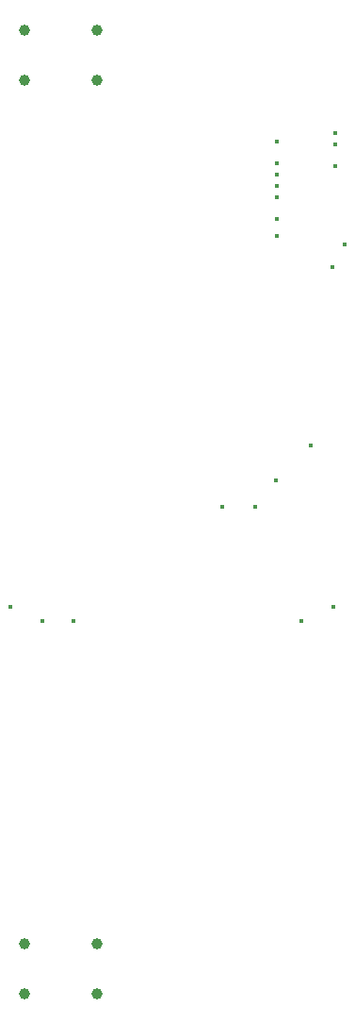
<source format=gbr>
%TF.GenerationSoftware,Altium Limited,Altium Designer,22.5.1 (42)*%
G04 Layer_Color=0*
%FSLAX45Y45*%
%MOMM*%
%TF.SameCoordinates,2641221E-3FAC-4475-AA3C-923D0AF84551*%
%TF.FilePolarity,Positive*%
%TF.FileFunction,Plated,1,2,PTH,Drill*%
%TF.Part,Single*%
G01*
G75*
%TA.AperFunction,ComponentDrill*%
%ADD54C,1.00000*%
%TA.AperFunction,ViaDrill,NotFilled*%
%ADD55C,0.40000*%
D54*
X-1325000Y-3875000D02*
D03*
X-675000D02*
D03*
X-1325000Y-4325000D02*
D03*
X-675000D02*
D03*
X-1325000Y4325000D02*
D03*
X-675000D02*
D03*
X-1325000Y3875000D02*
D03*
X-675000D02*
D03*
D55*
X450000Y50000D02*
D03*
X750000D02*
D03*
X1438943Y2193418D02*
D03*
X1466351Y3399997D02*
D03*
X1164206Y-975467D02*
D03*
X1466351Y3299990D02*
D03*
Y3099990D02*
D03*
X946140Y3325000D02*
D03*
Y3125000D02*
D03*
Y3025000D02*
D03*
Y2925000D02*
D03*
Y2825000D02*
D03*
Y2625000D02*
D03*
Y2475000D02*
D03*
X931698Y283681D02*
D03*
X-1164206Y-975468D02*
D03*
X-885794D02*
D03*
X1450000Y-850000D02*
D03*
X-1450000D02*
D03*
X1250000Y600000D02*
D03*
X1550000Y2400000D02*
D03*
%TF.MD5,87bc1e51a873e0a5d43443b427fe54d3*%
M02*

</source>
